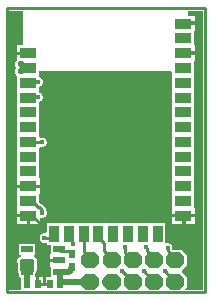
<source format=gtl>
G04*
G04 #@! TF.GenerationSoftware,Altium Limited,Altium Designer,22.10.1 (41)*
G04*
G04 Layer_Physical_Order=1*
G04 Layer_Color=255*
%FSLAX25Y25*%
%MOIN*%
G70*
G04*
G04 #@! TF.SameCoordinates,077065BD-E97D-4B40-AF25-1AFBA95EC0C4*
G04*
G04*
G04 #@! TF.FilePolarity,Positive*
G04*
G01*
G75*
%ADD15C,0.01000*%
G04:AMPARAMS|DCode=22|XSize=60mil|YSize=51.18mil|CornerRadius=0mil|HoleSize=0mil|Usage=FLASHONLY|Rotation=0.000|XOffset=0mil|YOffset=0mil|HoleType=Round|Shape=Octagon|*
%AMOCTAGOND22*
4,1,8,0.03000,-0.01280,0.03000,0.01280,0.01721,0.02559,-0.01721,0.02559,-0.03000,0.01280,-0.03000,-0.01280,-0.01721,-0.02559,0.01721,-0.02559,0.03000,-0.01280,0.0*
%
%ADD22OCTAGOND22*%

%ADD23R,0.02362X0.02520*%
%ADD24R,0.02362X0.02953*%
%ADD25R,0.03937X0.02165*%
%ADD26R,0.05700X0.03300*%
%ADD27R,0.03300X0.05700*%
%ADD28C,0.02016*%
%ADD29C,0.01575*%
%ADD30C,0.02165*%
G36*
X32283Y-55890D02*
X26602D01*
X26410Y-55428D01*
X27016Y-54823D01*
Y-51476D01*
X25418Y-49878D01*
X25374Y-49606D01*
X25418Y-49334D01*
X27016Y-47736D01*
Y-44390D01*
X25343Y-42717D01*
X22526D01*
X22160Y-42351D01*
X22235Y-42171D01*
Y-41544D01*
X21995Y-40966D01*
X21552Y-40523D01*
X20973Y-40283D01*
X20347D01*
X20187Y-40349D01*
X19687Y-40015D01*
Y-33513D01*
X14813D01*
X14813Y-33513D01*
X14707D01*
Y-33513D01*
X14313Y-33513D01*
X9833D01*
Y-33513D01*
X9787D01*
Y-33513D01*
X4913D01*
Y-33513D01*
X4867D01*
Y-33513D01*
X-7D01*
X-7Y-33513D01*
X-53D01*
Y-33513D01*
X-507Y-33513D01*
X-4927D01*
Y-33513D01*
X-4973D01*
Y-33513D01*
X-9847D01*
X-9847Y-33513D01*
X-9893D01*
Y-33513D01*
X-10347Y-33513D01*
X-14767D01*
Y-33513D01*
X-14813D01*
Y-33513D01*
X-19687D01*
Y-36753D01*
X-20103Y-37031D01*
X-20159Y-37008D01*
X-20786D01*
X-21364Y-37248D01*
X-21808Y-37691D01*
X-22047Y-38269D01*
Y-38896D01*
X-21808Y-39475D01*
X-21364Y-39918D01*
X-20786Y-40157D01*
X-20159D01*
X-20103Y-40134D01*
X-19687Y-40412D01*
Y-40787D01*
X-18307D01*
Y-43980D01*
X-18520D01*
Y-45563D01*
X-15551D01*
Y-46563D01*
X-18520D01*
Y-48146D01*
X-18307D01*
Y-51673D01*
X-18805Y-51677D01*
X-22177D01*
Y-53937D01*
X-23177D01*
Y-51675D01*
X-23425Y-51673D01*
Y-50390D01*
X-23112Y-49921D01*
X-22973Y-49220D01*
Y-46924D01*
X-22933Y-46829D01*
Y-46085D01*
X-23218Y-45397D01*
X-23744Y-44871D01*
X-24175Y-44693D01*
X-24075Y-44193D01*
X-23425D01*
Y-40453D01*
X-28937D01*
Y-44193D01*
X-28287D01*
X-28188Y-44693D01*
X-28618Y-44871D01*
X-29144Y-45397D01*
X-29429Y-46085D01*
Y-46829D01*
X-29390Y-46924D01*
Y-49220D01*
X-29250Y-49921D01*
X-28937Y-50390D01*
Y-51673D01*
X-28521D01*
X-28110Y-51890D01*
Y-55890D01*
X-32268D01*
Y37168D01*
X-27575D01*
Y25650D01*
X-29650D01*
Y23500D01*
X-25800D01*
Y22500D01*
X-29650D01*
Y20632D01*
X-29932Y20351D01*
X-30217Y19663D01*
Y18919D01*
X-29932Y18232D01*
X-29810Y18110D01*
X-29932Y17988D01*
X-30217Y17301D01*
Y16557D01*
X-29932Y15870D01*
X-29437Y15375D01*
Y11177D01*
X-29437Y10723D01*
X-29437Y10223D01*
Y6257D01*
X-29437Y5803D01*
X-29437Y5303D01*
Y1337D01*
X-29437Y883D01*
X-29437Y383D01*
Y-3583D01*
X-29437Y-4037D01*
X-29437Y-4537D01*
Y-8503D01*
X-29437Y-8957D01*
X-29437Y-9457D01*
Y-13423D01*
X-29437Y-13877D01*
X-29437Y-14377D01*
Y-18630D01*
X-29650D01*
Y-20780D01*
X-21950D01*
Y-18630D01*
X-22163D01*
Y-14377D01*
X-22163Y-13923D01*
X-22163Y-13423D01*
Y-9457D01*
X-22163Y-9003D01*
X-22163Y-8521D01*
X-21663Y-8187D01*
X-21467Y-8268D01*
X-20840D01*
X-20261Y-8028D01*
X-19818Y-7585D01*
X-19579Y-7006D01*
Y-6380D01*
X-19818Y-5801D01*
X-20261Y-5358D01*
X-20840Y-5118D01*
X-21467D01*
X-21663Y-5199D01*
X-22163Y-4865D01*
X-22163Y-4083D01*
X-22163Y-3583D01*
Y383D01*
X-22163Y837D01*
X-22163Y1337D01*
Y5303D01*
X-22163Y5757D01*
X-22163Y6658D01*
X-22128Y6693D01*
X-21549Y6933D01*
X-21106Y7376D01*
X-20866Y7954D01*
Y8581D01*
X-21106Y9160D01*
X-21549Y9603D01*
X-22128Y9843D01*
X-22163Y9877D01*
X-22163Y10677D01*
X-22163Y11177D01*
Y11811D01*
X-22128D01*
X-21549Y12051D01*
X-21106Y12494D01*
X-20866Y13073D01*
Y13699D01*
X-21106Y14278D01*
X-21549Y14721D01*
X-22128Y14961D01*
X-22163D01*
Y15597D01*
X-22163Y15597D01*
Y15643D01*
X-22163D01*
X-22163Y16097D01*
Y17102D01*
X-22047Y17197D01*
X21702D01*
X22163Y16745D01*
X22163Y15643D01*
X22163Y15143D01*
Y11177D01*
X22163Y10723D01*
X22163Y10223D01*
Y6257D01*
X22163Y5803D01*
X22163Y5303D01*
Y1337D01*
X22163Y883D01*
X22163Y383D01*
Y-3583D01*
X22163Y-4037D01*
X22163Y-4537D01*
Y-8503D01*
X22163Y-8957D01*
X22163Y-9457D01*
Y-13423D01*
X22163Y-13877D01*
X22163Y-14377D01*
Y-18343D01*
X22163Y-18797D01*
X22163Y-19297D01*
Y-23263D01*
X22163Y-23717D01*
X22163Y-24217D01*
Y-28470D01*
X21950D01*
Y-30620D01*
X29650D01*
Y-28470D01*
X29437D01*
Y-24217D01*
X29437Y-23763D01*
X29437Y-23263D01*
Y-19297D01*
X29437Y-18843D01*
X29437Y-18343D01*
Y-14377D01*
X29437Y-13923D01*
X29437Y-13423D01*
Y-9457D01*
X29437Y-9003D01*
X29437Y-8503D01*
Y-4537D01*
X29437Y-4083D01*
X29437Y-3583D01*
Y383D01*
X29437Y837D01*
X29437Y1337D01*
Y5303D01*
X29437Y5757D01*
X29437Y6257D01*
Y10223D01*
X29437Y10677D01*
X29437Y11177D01*
Y15143D01*
X29437Y15597D01*
X29437Y16097D01*
Y20350D01*
X29650D01*
Y22500D01*
X25800D01*
Y23500D01*
X29650D01*
Y25650D01*
X29437D01*
Y30250D01*
X29650D01*
Y32400D01*
X25800D01*
Y33400D01*
X29650D01*
Y35550D01*
X27575D01*
Y37168D01*
X32283D01*
Y-55890D01*
D02*
G37*
%LPC*%
G36*
X-21950Y-21780D02*
X-29650D01*
Y-23930D01*
X-29437D01*
Y-28470D01*
X-29650D01*
Y-30620D01*
X-25800D01*
Y-31120D01*
X-25300D01*
Y-33770D01*
X-21950D01*
Y-32030D01*
X-21534Y-31753D01*
X-21467Y-31781D01*
X-20840D01*
X-20261Y-31541D01*
X-19818Y-31098D01*
X-19579Y-30519D01*
Y-29893D01*
X-19818Y-29314D01*
X-19989Y-29143D01*
X-20051Y-28833D01*
X-20335Y-28408D01*
X-21489Y-27254D01*
X-21914Y-26970D01*
X-21989Y-26955D01*
X-22163Y-26781D01*
Y-23930D01*
X-21950D01*
Y-21780D01*
D02*
G37*
G36*
X29650Y-31620D02*
X26300D01*
Y-33770D01*
X29650D01*
Y-31620D01*
D02*
G37*
G36*
X25300D02*
X21950D01*
Y-33770D01*
X25300D01*
Y-31620D01*
D02*
G37*
G36*
X-26300D02*
X-29650D01*
Y-33770D01*
X-26300D01*
Y-31620D01*
D02*
G37*
%LPD*%
D15*
X-21263Y-30096D02*
Y-29336D01*
X-22417Y-28183D02*
X-21263Y-29336D01*
Y-30096D02*
X-21154Y-30206D01*
X19685Y-49606D02*
X23228Y-53150D01*
X16142D02*
Y-53150D01*
X12598Y-49606D02*
X16142Y-53150D01*
X5512Y-49606D02*
X9055Y-53150D01*
X-13505Y-42906D02*
X-13497Y-42913D01*
X-11417Y-43799D02*
Y-43595D01*
X-13497Y-42913D02*
X-12098D01*
X-11417Y-43595D01*
X-15551Y-42323D02*
X-14968Y-42906D01*
X-13505D01*
X-10937Y-40748D02*
Y-40593D01*
X-11180Y-40349D02*
X-10937Y-40593D01*
X-11180Y-40349D02*
Y-38300D01*
X-12330Y-37150D02*
X-11180Y-38300D01*
X-25627Y-6693D02*
X-21154D01*
X-25800Y-6520D02*
X-25627Y-6693D01*
X-543Y-53150D02*
X4480D01*
X-21263Y-34042D02*
X-21154Y-34152D01*
X-25800Y-31120D02*
X-24600D01*
X-21678Y-34042D01*
X-21263D01*
X25984Y-34646D02*
Y-31304D01*
X25800Y-31120D02*
X25984Y-31304D01*
X26028Y23228D02*
X29134D01*
X25800Y23000D02*
X26028Y23228D01*
X25971Y33071D02*
X29134D01*
X25800Y32900D02*
X25971Y33071D01*
X6555Y-43563D02*
Y-41986D01*
X6299Y-41730D02*
X6555Y-41986D01*
X6299Y-41730D02*
Y-41575D01*
X8268Y-45276D02*
X9055D01*
X6555Y-43563D02*
X8268Y-45276D01*
X-24600Y-26200D02*
X-22617Y-28183D01*
X-25800Y-26200D02*
X-24600D01*
X-22617Y-28183D02*
X-22417D01*
X13465Y-41730D02*
X13642Y-41907D01*
Y-42776D02*
X16142Y-45276D01*
X13642Y-42776D02*
Y-41907D01*
X13465Y-41730D02*
Y-41575D01*
X20728Y-42776D02*
Y-41926D01*
X20660Y-41857D02*
X20728Y-41926D01*
Y-42776D02*
X23228Y-45276D01*
X-25772Y8268D02*
X-22441D01*
X-25800Y13160D02*
X-25574Y13386D01*
X-22441D01*
X-25800Y8240D02*
X-25772Y8268D01*
X-2490Y-38350D02*
X-532Y-40308D01*
Y-42776D02*
X1969Y-45276D01*
X-2490Y-38350D02*
Y-37150D01*
X-532Y-42776D02*
Y-40308D01*
X-7410Y-42984D02*
Y-37150D01*
Y-42984D02*
X-5118Y-45276D01*
X-20472Y-38583D02*
X-18400D01*
X-17250Y-37433D01*
Y-37150D01*
X-20669Y-53937D02*
X-18661D01*
X-22677D02*
X-20669D01*
Y-47835D02*
X-18898Y-46063D01*
X-15551D01*
X-20669Y-53937D02*
Y-47835D01*
X-33071Y-56693D02*
Y37971D01*
Y-56693D02*
X33071D01*
Y37971D01*
X-33071D02*
X33071D01*
D22*
X-5118Y-53150D02*
D03*
Y-46063D02*
D03*
X1969D02*
D03*
Y-53150D02*
D03*
X9055D02*
D03*
Y-46063D02*
D03*
X16142D02*
D03*
Y-53150D02*
D03*
X23228D02*
D03*
Y-46063D02*
D03*
D23*
X-18661Y-53937D02*
D03*
X-15197D02*
D03*
X-22677D02*
D03*
X-26142D02*
D03*
D24*
X-11417Y-48327D02*
D03*
Y-43799D02*
D03*
D25*
X-26181Y-49803D02*
D03*
Y-42323D02*
D03*
X-15551D02*
D03*
Y-46063D02*
D03*
Y-49803D02*
D03*
D26*
X25800Y32900D02*
D03*
Y27920D02*
D03*
Y23000D02*
D03*
Y18080D02*
D03*
Y13160D02*
D03*
Y8240D02*
D03*
Y3320D02*
D03*
Y-1600D02*
D03*
Y-6520D02*
D03*
Y-11440D02*
D03*
Y-16360D02*
D03*
Y-21280D02*
D03*
Y-26200D02*
D03*
Y-31120D02*
D03*
X-25800D02*
D03*
Y-26200D02*
D03*
Y-21280D02*
D03*
Y-16360D02*
D03*
Y-11440D02*
D03*
Y-6520D02*
D03*
Y-1600D02*
D03*
Y3320D02*
D03*
Y8240D02*
D03*
Y13160D02*
D03*
Y18080D02*
D03*
Y23000D02*
D03*
D27*
X17250Y-37150D02*
D03*
X12270D02*
D03*
X7350D02*
D03*
X2430D02*
D03*
X-2490D02*
D03*
X-7410D02*
D03*
X-12330D02*
D03*
X-17250D02*
D03*
D28*
X-12205Y-49803D02*
X-11591Y-49189D01*
Y-48500D01*
X-11417Y-48327D01*
X-15551Y-49803D02*
X-12205D01*
X-15197Y-53858D02*
Y-50157D01*
Y-53937D02*
Y-53858D01*
X-14488Y-53150D01*
X-5118D01*
X-25368Y-46680D02*
X-25197Y-46850D01*
X-24803Y-47839D02*
Y-46457D01*
Y-49220D02*
Y-47839D01*
X-26181D02*
Y-46850D01*
Y-49803D02*
Y-47839D01*
X-27559D02*
Y-46457D01*
Y-49220D02*
Y-47839D01*
X-26181D02*
X-24803D01*
X-27559D02*
X-26181D01*
X-26352Y-46680D02*
X-25368D01*
X-27336D02*
X-26352D01*
X-26181Y-46850D01*
Y-49803D02*
X-25386D01*
X-24803Y-49220D01*
X-25197Y-46850D02*
X-24803Y-46457D01*
X-27559D02*
X-27336Y-46680D01*
X-27559Y-49220D02*
X-26976Y-49803D01*
X-26181D01*
X-15551D02*
X-15197Y-50157D01*
X-26142Y-53937D02*
Y-49843D01*
X-26181Y-49803D02*
X-26142Y-49843D01*
D29*
X-21154Y-30206D02*
D03*
X19685Y-49606D02*
D03*
X12598D02*
D03*
X5512D02*
D03*
X-10937Y-40748D02*
D03*
X-21154Y-6693D02*
D03*
X4480Y-53150D02*
D03*
X-543D02*
D03*
X-21154Y-34152D02*
D03*
X25984Y-34646D02*
D03*
X29134Y23228D02*
D03*
Y33071D02*
D03*
X-18661Y-53937D02*
D03*
X-22677D02*
D03*
X6299Y-41575D02*
D03*
X13465D02*
D03*
X20660Y-41857D02*
D03*
X-22441Y8268D02*
D03*
Y13386D02*
D03*
X-20472Y-38583D02*
D03*
D30*
X-28346Y16929D02*
D03*
Y19291D02*
D03*
X-24803Y-46457D02*
D03*
X-27559D02*
D03*
M02*

</source>
